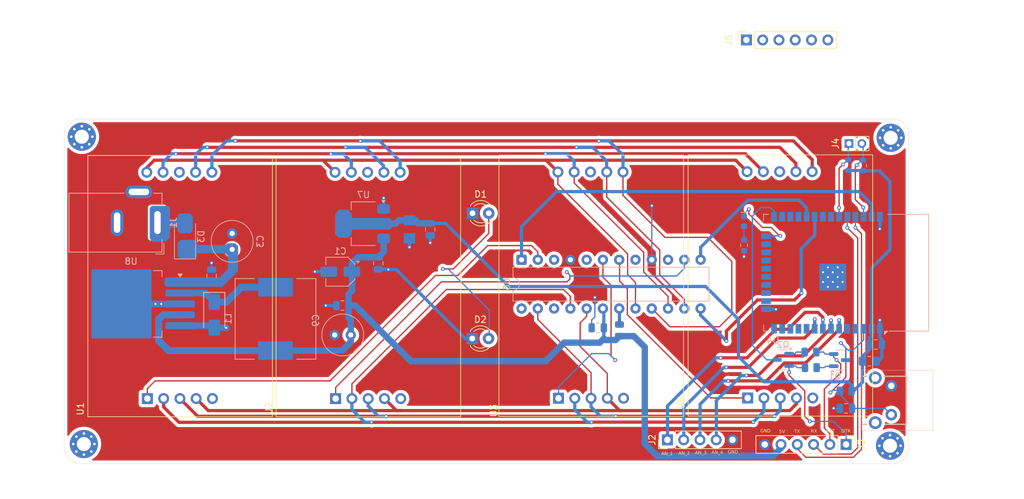
<source format=kicad_pcb>
(kicad_pcb (version 20241229) (generator "pcbnew") (generator_version "9.0")
  (layers (0 "F.Cu" signal) (2 "B.Cu" signal) (13 "F.Paste" user) (15 "B.Paste" user) (5 "F.SilkS" user "F.Silkscreen") (7 "B.SilkS" user "B.Silkscreen") (1 "F.Mask" user) (3 "B.Mask" user) (25 "Edge.Cuts" user))
  (net 0 "")
  (net 1 "GND")
  (net 2 "/pwr_in")
  (net 3 "3.3V")
  (net 4 "/EN")
  (net 5 "Net-(D3-A)")
  (net 6 "Net-(U8-OUT)")
  (net 7 "/RXD0")
  (net 8 "/DTR")
  (net 9 "/TXD0")
  (net 10 "/RTS")
  (net 11 "Net-(Q1-B)")
  (net 12 "/IO0")
  (net 13 "Net-(Q2-B)")
  (net 14 "Net-(U6-ISET)")
  (net 24 "+5V")
  (net 25 "Net-(D5-A)")
  (net 27 "/C")
  (net 28 "/A")
  (net 29 "/F")
  (net 30 "/B")
  (net 31 "/E")
  (net 32 "/G")
  (net 33 "/D")
  (net 35 "/2")
  (net 36 "/DIG_3")
  (net 37 "/DIG_2")
  (net 38 "/DIG_0")
  (net 39 "/DIG_1")
  (net 40 "/Sec")
  (net 44 "/14")
  (net 45 "/12")
  (net 48 "/15")
  (net 50 "/13")
  (net 51 "/16")
  (net 60 "/CS")
  (net 61 "/CLK")
  (net 62 "/MOSI")
  (net 63 "/ADC_4")
  (net 64 "/ADC_1")
  (net 65 "/ADC_3")
  (net 66 "/ADC_2")
  (net 67 "/SDA")
  (net 68 "/SCL")
  (footprint "Connector_PinHeader_2.00mm:PinHeader_1x02_P2.00mm_Vertical" (layer "F.Cu") (at 164.85 96.8 90)
    (property "Reference" "J4")
    (property "Value" "Conn_01x02_Pin")
  )
  (footprint "Connector_PinHeader_2.54mm:PinHeader_1x05_P2.54mm_Vertical" (layer "F.Cu") (at 136.51 143.08 90)
    (property "Reference" "J2")
    (property "Value" "Conn_01x05_Pin")
  )
  (footprint "MountingHole:MountingHole_2.2mm_M2_Pad_Via" (layer "F.Cu") (at 171.25 144)
    (property "Reference" "REF**" (hide yes))
    (property "Value" "MountingHole_2.2mm_M2_Pad_Via")
  )
  (footprint "Display_7Segment:SBC18-11SURKCGKWA" (layer "F.Cu") (at 139.685 139.4375 90)
    (property "Reference" "U5")
    (property "Value" "SBC18-11EGWA")
  )
  (footprint "LED_THT:LED_D3.0mm" (layer "F.Cu") (at 106.06 127.25)
    (property "Reference" "D2")
    (property "Value" "Red")
  )
  (footprint "MountingHole:MountingHole_2.2mm_M2_Pad_Via" (layer "F.Cu") (at 45.133274 95.733274)
    (property "Reference" "REF**" (hide yes))
    (property "Value" "MountingHole_2.2mm_M2_Pad_Via")
  )
  (footprint "Display_7Segment:SBC18-11SURKCGKWA" (layer "F.Cu") (at 45.93 139.5325 90)
    (property "Reference" "U1")
    (property "Value" "SBC18-11EGWA" (hide yes))
  )
  (footprint "Display_7Segment:SBC18-11SURKCGKWA" (layer "F.Cu") (at 75.37 139.54 90)
    (property "Reference" "U2")
    (property "Value" "SBC18-11EGWA")
  )
  (footprint "LED_THT:LED_D3.0mm" (layer "F.Cu") (at 106.1 107.68)
    (property "Reference" "D1")
    (property "Value" "Red")
  )
  (footprint "Display_7Segment:SBC18-11SURKCGKWA" (layer "F.Cu") (at 110.095 139.605 90)
    (property "Reference" "U3")
    (property "Value" "SBC18-11EGWA" (hide yes))
  )
  (footprint "MountingHole:MountingHole_2.2mm_M2_Pad_Via" (layer "F.Cu") (at 171.35 95.9)
    (property "Reference" "REF**" (hide yes))
    (property "Value" "MountingHole_2.2mm_M2_Pad_Via")
  )
  (footprint "MountingHole:MountingHole_2.2mm_M2_Pad_Via" (layer "F.Cu") (at 45.45 143.74)
    (property "Reference" "REF**" (hide yes))
    (property "Value" "MountingHole_2.2mm_M2_Pad_Via")
  )
  (footprint "Connector_PinHeader_2.54mm:PinHeader_1x06_P2.54mm_Vertical" (layer "F.Cu") (at 164.4 143.8 -90)
    (property "Reference" "J3")
    (property "Value" "Conn_02x03_Odd_Even")
  )
  (footprint "Connector_PinSocket_2.54mm:PinSocket_1x06_P2.54mm_Vertical" (layer "F.Cu") (at 148.84 80.62 90)
    (property "Reference" "J5")
    (property "Value" "Conn_01x06_Pin")
  )
  (footprint "Capacitor_SMD:CP_Elec_4x5.4" (layer "B.Cu") (at 85.47 116.8175 180)
    (property "Reference" "C1")
    (property "Value" "10uF")
  )
  (footprint "SparkFun-Resistor:R_0603_1608Metric" (layer "B.Cu") (at 167.04 100.23 -90)
    (property "Reference" "R7")
    (property "Value" "4.7k")
  )
  (footprint "SparkFun-Capacitor:C_0805_2012Metric" (layer "B.Cu") (at 125.64 125.575 180)
    (property "Reference" "C12")
    (property "Value" "100nF")
  )
  (footprint "SparkFun-Fuse:1206" (layer "B.Cu") (at 96.26 110.1875 -90)
    (property "Reference" "C5")
    (property "Value" "22uF")
  )
  (footprint "RF_Module:ESP32-WROOM-32" (layer "B.Cu") (at 161.41 116.98 90)
    (property "Reference" "U4")
    (property "Value" "ESP32-WROOM-32")
  )
  (footprint "SparkFun-Switch:Push_PTH_RA_8-020_h7.5mm" (layer "B.Cu") (at 171.45 136.9 -90)
    (property "Reference" "SW1")
    (property "Value" "PTH_RA_h7.5mm")
  )
  (footprint "Package_TO_SOT_SMD:SOT-223-3_TabPin2" (layer "B.Cu") (at 89.08 109.3175 180)
    (property "Reference" "U7")
    (property "Value" "AMS1117-3.3")
  )
  (footprint "SparkFun-Capacitor:C_0805_2012Metric" (layer "B.Cu") (at 169.025 128.195)
    (property "Reference" "C8")
    (property "Value" "100nF")
  )
  (footprint "PCM_JLCPCB:R_0805" (layer "B.Cu") (at 158.89 131.8)
    (property "Reference" "R3" (hide yes))
    (property "Value" "10kΩ")
  )
  (footprint "SparkFun-Capacitor:C_0805_2012Metric" (layer "B.Cu") (at 91.39 115.4975 -90)
    (property "Reference" "C2")
    (property "Value" "100nF")
  )
  (footprint "Package_DIP:DIP-24_W7.62mm" (layer "B.Cu") (at 113.75 114.95 -90)
    (property "Reference" "U6")
    (property "Value" "MAX7221xNG")
  )
  (footprint "Capacitor_THT:C_Radial_D6.3mm_H7.0mm_P2.50mm" (layer "B.Cu") (at 68.59 113.3275 90)
    (property "Reference" "C3")
    (property "Value" "680uF")
  )
  (footprint "SparkFun-Capacitor:C_0805_2012Metric" (layer "B.Cu") (at 164.38 138.17 180)
    (property "Reference" "C11")
    (property "Value" "100nF")
  )
  (footprint "SparkFun-Capacitor:C_0805_2012Metric" (layer "B.Cu") (at 65.38 117.4475 90)
    (property "Reference" "C4")
    (property "Value" "100nF")
  )
  (footprint "PCM_JLCPCB:R_0805" (layer "B.Cu") (at 158.84 129.37 180)
    (property "Reference" "R2" (hide yes))
    (property "Value" "10kΩ")
  )
  (footprint "PCM_JLCPCB:R_0805" (layer "B.Cu") (at 129.03 125.975 -90)
    (property "Reference" "R1" (hide yes))
    (property "Value" "10kΩ")
  )
  (footprint "Package_TO_SOT_SMD:TO-263-5_TabPin3" (layer "B.Cu") (at 52.82 121.8475 180)
    (property "Reference" "U8")
    (property "Value" "LM2596S-5")
  )
  (footprint "PCM_JLCPCB:R_0805" (layer "B.Cu") (at 164.34 135.45)
    (property "Reference" "R4" (hide yes))
    (property "Value" "10kΩ")
  )
  (footprint "SparkFun-Capacitor:C_0805_2012Metric" (layer "B.Cu") (at 85.8 122.1 180)
    (property "Reference" "C10")
    (property "Value" "100nF")
  )
  (footprint "Connector_BarrelJack:BarrelJack_GCT_DCJ200-10-A_Horizontal" (layer "B.Cu") (at 56.94 109.15 90)
    (property "Reference" "J1")
    (property "Value" "Barrel_Jack_Switch")
  )
  (footprint "Capacitor_THT:C_Radial_D6.3mm_H5.0mm_P2.50mm" (layer "B.Cu") (at 87.1 126.7 180)
    (property "Reference" "C9")
    (property "Value" "220uF")
  )
  (footprint "Capacitor_SMD:C_0805_2012Metric_Pad1.18x1.45mm_HandSolder" (layer "B.Cu") (at 168 130.8)
    (property "Reference" "C7" (hide yes))
    (property "Value" "22uF")
  )
  (footprint "SparkFun-LED:LED_0603_1608Metric" (layer "B.Cu") (at 148.45 108.9425 -90)
    (property "Reference" "D5")
    (property "Value" "LED")
  )
  (footprint "SparkFun-Capacitor:C_0805_2012Metric" (layer "B.Cu") (at 99.5 110.2075 -90)
    (property "Reference" "C6")
    (property "Value" "100nF")
  )
  (footprint "Diode_SMD:D_SMA" (layer "B.Cu") (at 61.23 111.3175 90)
    (property "Reference" "D3")
    (property "Value" "SS34")
  )
  (footprint "PCM_JLCPCB:D_SMA" (layer "B.Cu") (at 65.8 123.5575 -90)
    (property "Reference" "D4" (hide yes))
    (property "Value" "SS24")
  )
  (footprint "Inductor_SMD:L_12x12mm_H8mm" (layer "B.Cu") (at 75.36 124.1875 -90)
    (property "Reference" "L1")
    (property "Value" "L")
  )
  (footprint "SparkFun-Resistor:R_0603_1608Metric" (layer "B.Cu") (at 164.73 100.19 -90)
    (property "Reference" "R6")
    (property "Value" "4.7k")
  )
  (footprint "Package_TO_SOT_SMD:SOT-23" (layer "B.Cu") (at 163.4075 130.63)
    (property "Reference" "Q1")
    (property "Value" "BC817")
  )
  (footprint "Package_TO_SOT_SMD:SOT-23" (layer "B.Cu") (at 154.55 130.5875 180)
    (property "Reference" "Q2")
    (property "Value" "BC817")
  )
  (footprint "SparkFun-Resistor:R_0603_1608Metric" (layer "B.Cu") (at 148.48 112.69 -90)
    (property "Reference" "R5")
    (property "Value" "1.5k")
  )
  (gr_poly (pts (xy 85.33 107.22) (xy 86.6 107.22) (xy 87.13 107.75) (xy 87.13 108.29) (xy 87.36 108.52) (xy 93.12 108.52) (xy 93.43 108.83) (xy 93.43 109.83) (xy 93.13 110.13) (xy 87.43 110.13) (xy 87.13 110.43) (xy 87.13 110.94) (xy 86.65 111.42) (xy 85.27 111.42) (xy 84.73 110.88) (xy 84.76 107.79)) (stroke (width 0.2)) (fill yes) (layer "B.Cu") (net 3))
  (gr_poly (pts (xy 60.17 114.33) (xy 60.44 114.68) (xy 62.61 114.68) (xy 62.99 114.36) (xy 63.13 113.85) (xy 63.84 113.85) (xy 67.53 113.85) (xy 68.05 114.37) (xy 68.05 116.41) (xy 66.67 117.79) (xy 58.38 117.79) (xy 58.12 118.05) (xy 58.12 118.83) (xy 58.37 119.08) (xy 66.77 119.08) (xy 67.03 119.08) (xy 69.42 116.69) (xy 69.42 112.88) (xy 69.01 112.47) (xy 67.85 112.47) (xy 67.58 112.74) (xy 63.1 112.75) (xy 62.98 112.25) (xy 62.98 112.24) (xy 62.61 111.94) (xy 60.57 111.95) (xy 60.17 112.34)) (stroke (width 0.2)) (fill yes) (layer "B.Cu") (net 2))
  (gr_poly (pts (xy 58.55 106.61) (xy 58.8 106.86) (xy 58.8 108.42) (xy 59.09 108.71) (xy 60.08 108.71) (xy 60.23 108.56) (xy 60.23 108.06) (xy 60.46 107.83) (xy 61.97 107.83) (xy 62.35 108.21) (xy 62.35 110.38) (xy 62 110.73) (xy 60.49 110.73) (xy 60.16 110.4) (xy 60.16 109.95) (xy 60.01 109.8) (xy 59.11 109.8) (xy 58.8 110.11) (xy 58.8 111.44) (xy 58.22 112.02) (xy 56.24 112.04) (xy 55.82 111.62) (xy 55.82 106.91) (xy 56.12 106.61) (xy 56.13 106.61)) (stroke (width 0.2)) (fill yes) (layer "B.Cu") (net 5))
  (gr_line (start 174.18 95.46) (end 174.18 144.31) (stroke (width 0.05)) (layer "Edge.Cuts"))
  (gr_line (start 42.37 144.31) (end 42.37 95.46) (stroke (width 0.05)) (layer "Edge.Cuts"))
  (gr_arc (start 174.18 144.31) (mid 173.447767 146.077767) (end 171.68 146.81) (stroke (width 0.05)) (layer "Edge.Cuts"))
  (gr_line (start 171.68 146.81) (end 44.87 146.81) (stroke (width 0.05)) (layer "Edge.Cuts"))
  (gr_arc (start 44.87 146.81) (mid 43.102233 146.077767) (end 42.37 144.31) (stroke (width 0.05)) (layer "Edge.Cuts"))
  (gr_arc (start 42.37 95.46) (mid 43.102233 93.692233) (end 44.87 92.96) (stroke (width 0.05)) (layer "Edge.Cuts"))
  (gr_arc (start 171.68 92.96) (mid 173.447767 93.692233) (end 174.18 95.46) (stroke (width 0.05)) (layer "Edge.Cuts"))
  (gr_line (start 44.87 92.96) (end 171.68 92.96) (stroke (width 0.05)) (layer "Edge.Cuts"))
  (gr_text "GND" (at 151.01 141.99 0) (layer "F.SilkS") (effects (font (size 0.5 0.5) (thickness 0.125)) (justify left bottom)))
  (gr_text "5V" (at 153.95 142.1 0) (layer "F.SilkS") (effects (font (size 0.5 0.5) (thickness 0.125)) (justify left bottom)))
  (gr_text "AN_1" (at 135.56 145.54 0) (layer "F.SilkS") (effects (font (size 0.5 0.5) (thickness 0.125)) (justify left bottom)))
  (gr_text "AN_4" (at 143.39 145.34 0) (layer "F.SilkS") (effects (font (size 0.5 0.5) (thickness 0.125)) (justify left bottom)))
  (gr_text "GND" (at 145.93 145.28 0) (layer "F.SilkS") (effects (font (size 0.5 0.5) (thickness 0.125)) (justify left bottom)))
  (gr_text "RX" (at 158.9 142.03 0) (layer "F.SilkS") (effects (font (size 0.5 0.5) (thickness 0.125)) (justify left bottom)))
  (gr_text "AN_3" (at 140.83 145.4 0) (layer "F.SilkS") (effects (font (size 0.5 0.5) (thickness 0.125)) (justify left bottom)))
  (gr_text "AN_2" (at 138.22 145.48 0) (layer "F.SilkS") (effects (font (size 0.5 0.5) (thickness 0.125)) (justify left bottom)))
  (gr_text "DTR" (at 163.65 142.03 0) (layer "F.SilkS") (effects (font (size 0.5 0.5) (thickness 0.125)) (justify left bottom)))
  (gr_text "TX" (at 156.29 142.06 0) (layer "F.SilkS") (effects (font (size 0.5 0.5) (thickness 0.125)) (justify left bottom)))
  (gr_text "RST" (at 161.27 142.03 0) (layer "F.SilkS") (effects (font (size 0.5 0.5) (thickness 0.125)) (justify left bottom)))
  (via (at 162.45 138.15) (size 0.6) (drill 0.3) (layers "F.Cu" "B.Cu") (net 1))
  (via (at 57.52 121.8475) (size 0.6) (drill 0.3) (layers "F.Cu" "B.Cu") (net 1))
  (via (at 92.96 116.48) (size 0.6) (drill 0.3) (layers "F.Cu" "B.Cu") (net 1))
  (via (at 169.66 124.38) (size 0.6) (drill 0.3) (layers "F.Cu" "B.Cu") (net 1))
  (via (at 96.26 112.99) (size 0.6) (drill 0.3) (layers "F.Cu" "B.Cu") (net 1))
  (via (at 125.19 120.83) (size 0.6) (drill 0.3) (layers "F.Cu" "B.Cu") (net 1))
  (via (at 169.65 110.14) (size 0.6) (drill 0.3) (layers "F.Cu" "B.Cu") (net 1))
  (via (at 81.5 116.8) (size 0.6) (drill 0.3) (layers "F.Cu" "B.Cu") (net 1))
  (via (at 92.24 105.3) (size 0.6) (drill 0.3) (layers "F.Cu" "B.Cu") (net 1))
  (via (at 83.2 122.1) (size 0.6) (drill 0.3) (layers "F.Cu" "B.Cu") (net 1))
  (via (at 65.38 115.45) (size 0.6) (drill 0.3) (layers "F.Cu" "B.Cu") (net 1))
  (via (at 56.62 121.8475) (size 0.6) (drill 0.3) (layers "F.Cu" "B.Cu") (net 1))
  (via (at 99.5 112.3) (size 0.6) (drill 0.3) (layers "F.Cu" "B.Cu") (net 1))
  (via (at 134.08 106.51) (size 0.6) (drill 0.3) (layers "F.Cu" "B.Cu") (net 1))
  (via (at 153.44 122.69) (size 0.6) (drill 0.3) (layers "F.Cu" "B.Cu") (net 1))
  (via (at 148.47 114.45) (size 0.6) (drill 0.3) (layers "F.Cu" "B.Cu") (net 1))
  (via (at 67.69 125.57) (size 0.6) (drill 0.3) (layers "F.Cu" "B.Cu") (net 1))
  (segment (start 169.43 130.8) (end 169.0375 130.8) (width 0.5) (layer "B.Cu") (net 1))
  (segment (start 134.07 114.95) (end 134.07 106.52) (width 0.2) (layer "B.Cu") (net 1))
  (segment (start 169.975 128.195) (end 169.975 127.355) (width 0.5) (layer "B.Cu") (net 1))
  (segment (start 60.47 121.8475) (end 57.52 121.8475) (width 1) (layer "B.Cu") (net 1))
  (segment (start 151.9 122.69) (end 153.44 122.69) (width 0.5) (layer "B.Cu") (net 1))
  (segment (start 125.19 123.87) (end 124.69 124.37) (width 0.2) (layer "B.Cu") (net 1))
  (segment (start 92.96 116.48) (end 94.18 116.48) (width 0.5) (layer "B.Cu") (net 1))
  (segment (start 67.6775 125.5575) (end 67.69 125.57) (width 1) (layer "B.Cu") (net 1))
  (segment (start 83.67 116.8175) (end 81.5175 116.8175) (width 0.5) (layer "B.Cu") (net 1))
  (segment (start 104.95 127.25) (end 106.06 127.25) (width 0.5) (layer "B.Cu") (net 1))
  (segment (start 94.18 116.48) (end 104.95 127.25) (width 0.5) (layer "B.Cu") (net 1))
  (segment (start 148.48 113.515) (end 148.48 114.44) (width 0.2) (layer "B.Cu") (net 1))
  (segment (start 169.66 127.04) (end 169.66 125.73) (width 0.5) (layer "B.Cu") (net 1))
  (segment (start 65.49 125.2475) (end 65.8 125.5575) (width 1) (layer "B.Cu") (net 1))
  (segment (start 134.07 106.52) (end 134.08 106.51) (width 0.2) (layer "B.Cu") (net 1))
  (segment (start 56.62 121.8475) (end 51.32 121.8475) (width 1) (layer "B.Cu") (net 1))
  (segment (start 169.975 130.255) (end 169.43 130.8) (width 0.5) (layer "B.Cu") (net 1))
  (segment (start 163.43 138.17) (end 162.47 138.17) (width 0.2) (layer "B.Cu") (net 1))
  (segment (start 60.47 125.2475) (end 65.49 125.2475) (width 1) (layer "B.Cu") (net 1))
  (segment (start 124.69 124.37) (end 124.69 125.575) (width 0.2) (layer "B.Cu") (net 1))
  (segment (start 125.19 120.83) (end 125.19 123.87) (width 0.2) (layer "B.Cu") (net 1))
  (segment (start 169.66 125.73) (end 169.66 124.38) (width 0.5) (layer "B.Cu") (net 1))
  (segment (start 92.9275 116.4475) (end 91.39 116.4475) (width 0.5) (layer "B.Cu") (net 1))
  (segment (start 84.85 122.1) (end 83.2 122.1) (width 0.5) (layer "B.Cu") (net 1))
  (segment (start 169.66 108.23) (end 169.66 110.13) (width 0.5) (layer "B.Cu") (net 1))
  (segment (start 99.5 111.1575) (end 99.5 112.3) (width 0.5) (layer "B.Cu") (net 1))
  (segment (start 92.23 107.0175) (end 92.23 105.31) (width 0.5) (layer "B.Cu") (net 1))
  (segment (start 92.96 116.48) (end 92.9275 116.4475) (width 0.5) (layer "B.Cu") (net 1))
  (segment (start 65.8 125.5575) (end 67.6775 125.5575) (width 1) (layer "B.Cu") (net 1))
  (segment (start 57.52 121.8475) (end 56.62 121.8475) (width 1) (layer "B.Cu") (net 1))
  (segment (start 169.66 110.13) (end 169.65 110.14) (width 0.5) (layer "B.Cu") (net 1))
  (segment (start 92.23 105.31) (end 92.24 105.3) (width 0.5) (layer "B.Cu") (net 1))
  (segment (start 96.26 111.5875) (end 96.26 112.99) (width 0.5) (layer "B.Cu") (net 1))
  (segment (start 65.38 116.4975) (end 65.38 115.45) (width 0.2) (layer "B.Cu") (net 1))
  (segment (start 169.975 127.355) (end 169.66 127.04) (width 0.5) (layer "B.Cu") (net 1))
  (segment (start 169.975 128.195) (end 169.975 130.255) (width 0.5) (layer "B.Cu") (net 1))
  (segment (start 148.48 114.44) (end 148.47 114.45) (width 0.2) (layer "B.Cu") (net 1))
  (segment (start 68.5675 113.305) (end 68.59 113.3275) (width 1.1) (layer "B.Cu") (net 2))
  (segment (start 65.33 118.4475) (end 65.38 118.3975) (width 1.1) (layer "B.Cu") (net 2))
  (segment (start 171.24 102.73) (end 169.57 101.06) (width 0.5) (layer "B.Cu") (net 3))
  (segment (start 111.76 119.13) (end 142.48 119.13) (width 0.5) (layer "B.Cu") (net 3))
  (segment (start 147.6 130.07) (end 151.54 134.01) (width 0.5) (layer "B.Cu") (net 3))
  (segment (start 94.6125 108.7875) (end 96.26 108.7875) (width 1) (layer "B.Cu") (net 3))
  (segment (start 164.71 134.01) (end 165.25 134.55) (width 0.5) (layer "B.Cu") (net 3))
  (segment (start 101.8875 109.2575) (end 111.76 119.13) (width 0.5) (layer "B.Cu") (net 3))
  (segment (start 166.96 134.06) (end 165.57 135.45) (width 0.5) (layer "B.Cu") (net 3))
  (segment (start 165.57 135.45) (end 165.25 135.45) (width 0.5) (layer "B.Cu") (net 3))
  (segment (start 171.24 113.4) (end 171.24 102.73) (width 0.5) (layer "B.Cu") (net 3))
  (segment (start 166.96 131.09) (end 166.96 134.06) (width 0.5) (layer "B.Cu") (net 3))
  (segment (start 168.39 125.73) (end 168.39 126.79) (width 0.5) (layer "B.Cu") (net 3))
  (segment (start 167.265 129.735) (end 167.015 129.985) (width 0.5) (layer "B.Cu") (net 3))
  (segment (start 169.57 101.06) (end 167.045 101.06) (width 0.5) (layer "B.Cu") (net 3))
  (segment (start 168.39 116.25) (end 171.24 113.4) (width 0.5) (layer "B.Cu") (net 3))
  (segment (start 96.26 108.7875) (end 97.1875 108.7875) (width 1) (layer "B.Cu") (net 3))
  (segment (start 168.075 128.925) (end 167.265 129.735) (width 0.5) (layer "B.Cu") (net 3))
  (segment (start 168.075 128.195) (end 168.075 128.925) (width 0.5) (layer "B.Cu") (net 3))
  (segment (start 168.075 127.105) (end 168.075 128.195) (width 0.5) (layer "B.Cu") (net 3))
  (segment (start 168.39 126.79) (end 168.075 127.105) (width 0.5) (layer "B.Cu") (net 3))
  (segment (start 94.0825 109.3175) (end 94.6125 108.7875) (width 1) (layer "B.Cu") (net 3))
  (segment (start 167.045 101.06) (end 167 101.015) (width 0.5) (layer "B.Cu") (net 3))
  (segment (start 151.54 134.01) (end 164.71 134.01) (width 0.5) (layer "B.Cu") (net 3))
  (segment (start 99.5 109.2575) (end 101.8875 109.2575) (width 0.5) (layer "B.Cu") (net 3))
  (segment (start 147.6 124.25) (end 147.6 130.07) (width 0.5) (layer "B.Cu") (net 3))
  (segment (start 97.1875 108.7875) (end 97.6575 109.2575) (width 1) (layer "B.Cu") (net 3))
  (segment (start 167.015 129.985) (end 167.015 130.915) (width 0.5) (layer "B.Cu") (net 3))
  (segment (start 92.23 109.3175) (end 94.0825 109.3175) (width 1) (layer "B.Cu") (net 3))
  (segment (start 97.6575 109.2575) (end 99.5 109.2575) (width 1) (layer "B.Cu") (net 3))
  (segment (start 168.39 125.73) (end 168.39 116.25) (width 0.5) (layer "B.Cu") (net 3))
  (segment (start 167 101.015) (end 164.73 101.015) (width 0.5) (layer "B.Cu") (net 3))
  (segment (start 142.48 119.13) (end 147.6 124.25) (width 0.5) (layer "B.Cu") (net 3))
  (segment (start 165.25 134.55) (end 165.25 135.45) (width 0.5) (layer "B.Cu") (net 3))
  (segment (start 164.36 128.72) (end 163.59 127.95) (width 0.2) (layer "F.Cu") (net 4))
  (segment (start 164.36 133.29) (end 164.36 128.72) (width 0.2) (layer "F.Cu") (net 4))
  (segment (start 161.96 135.69) (end 164.36 133.29) (width 0.2) (layer "F.Cu") (net 4))
  (via (at 161.96 135.69) (size 0.6) (drill 0.3) (layers "F.Cu" "B.Cu") (net 4))
  (via (at 163.59 127.95) (size 0.6) (drill 0.3) (layers "F.Cu" "B.Cu") (net 4))
  (segment (start 165.33 138.17) (end 165.33 137.93) (width 0.2) (layer "B.Cu") (net 4))
  (segment (start 163.31 135.33) (end 163.43 135.45) (width 0.2) (layer "B.Cu") (net 4))
  (segment (start 165.33 138.17) (end 170.47 138.17) (width 0.2) (layer "B.Cu") (net 4))
  (segment (start 165.15 137.99) (end 165.33 138.17) (width 0.2) (layer "B.Cu") (net 4))
  (segment (start 161.97 135.69) (end 162.33 135.33) (width 0.2) (layer "B.Cu") (net 4))
  (segment (start 165.5 129.08) (end 167.12 127.46) (width 0.2) (layer "B.Cu") (net 4))
  (segment (start 164.72 129.08) (end 165.5 129.08) (width 0.2) (layer "B.Cu") (net 4))
  (segment (start 164.345 128.705) (end 163.59 127.95) (width 0.2) (layer "B.Cu") (net 4))
  (segment (start 170.47 138.17) (end 171.45 139.15) (width 0.2) (layer "B.Cu") (net 4))
  (segment (start 163.43 136.03) (end 163.43 135.45) (width 0.2) (layer "B.Cu") (net 4))
  (segment (start 164.345 130.63) (end 164.345 128.705) (width 0.2) (layer "B.Cu") (net 4))
  (segment (start 162.33 135.33) (end 163.31 135.33) (width 0.2) (layer "B.Cu") (net 4))
  (segment (start 163.59 127.95) (end 164.72 129.08) (width 0.2) (layer "B.Cu") (net 4))
  (segment (start 167.12 127.46) (end 167.12 125.73) (width 0.2) (layer "B.Cu") (net 4))
  (segment (start 161.96 135.69) (end 161.97 135.69) (width 0.2) (layer "B.Cu") (net 4))
  (segment (start 165.33 137.93) (end 163.43 136.03) (width 0.2) (layer "B.Cu") (net 4))
  (segment (start 65.8 121.5575) (end 67.69 121.5575) (width 1.1) (layer "B.Cu") (net 6))
  (segment (start 60.47 120.1475) (end 64.39 120.1475) (width 1) (layer "B.Cu") (net 6))
  (segment (start 67.69 121.5575) (end 70.01 119.2375) (width 1.1) (layer "B.Cu") (net 6))
  (segment (start 70.01 119.2375) (end 75.36 119.2375) (width 1.1) (layer "B.Cu") (net 6))
  (segment (start 64.39 120.1475) (end 65.8 121.5575) (width 1) (layer "B.Cu") (net 6))
  (segment (start 166.2 111.57) (end 166.2 144.3) (width 0.2) (layer "F.Cu") (net 7))
  (segment (start 159.97 144.35) (end 159.97 143.59) (width 0.2) (layer "F.Cu") (net 7))
  (segment (start 166.2 144.3) (end 165.2 145.3) (width 0.2) (layer "F.Cu") (net 7))
  (segment (start 165.2 145.3) (end 160.82 145.3) (width 0.2) (layer "F.Cu") (net 7))
  (segment (start 164.58 109.95) (end 166.2 111.57) (width 0.2) (layer "F.Cu") (net 7))
  (segment (start 160.82 145.3) (end 159.32 143.8) (width 0.2) (layer "F.Cu") (net 7))
  (via (at 164.58 109.95) (size 0.6) (drill 0.3) (layers "F.Cu" "B.Cu") (net 7))
  (segment (start 164.58 108.23) (end 164.58 109.95) (width 0.2) (layer "B.Cu") (net 7))
  (segment (start 157.95 139.42) (end 158.73 140.2) (width 0.2) (layer "F.Cu") (net 8))
  (segment (start 157.95 135.45) (end 157.95 139.42) (width 0.2) (layer "F.Cu") (net 8))
  (segment (start 155.5 133) (end 157.95 135.45) (width 0.2) (layer "F.Cu") (net 8))
  (segment (start 155.5 132.53) (end 155.5 133) (width 0.2) (layer "F.Cu") (net 8))
  (via (at 155.5 132.53) (size 0.6) (drill 0.3) (layers "F.Cu" "B.Cu") (net 8))
  (via (at 158.73 140.2) (size 0.6) (drill 0.3) (layers "F.Cu" "B.Cu") (net 8))
  (segment (start 156.8 131.81) (end 157.97 131.81) (width 0.2) (layer "B.Cu") (net 8))
  (segment (start 157.97 131.81) (end 157.98 131.8) (width 0.2) (layer "B.Cu") (net 8))
  (segment (start 155.5 132.53) (end 155.5 132.27) (width 0.2) (layer "B.Cu") (net 8))
  (segment (start 164.4 142.15) (end 164.4 143.8) (width 0.2) (layer "B.Cu") (net 8))
  (segment (start 155.4875 131.5375) (end 156.5275 131.5375) (width 0.2) (layer "B.Cu") (net 8))
  (segment (start 156.5275 131.5375) (end 156.8 131.81) (width 0.2) (layer "B.Cu") (net 8))
  (segment (start 155.5 132.27) (end 155.4875 132.2575) (width 0.2) (layer "B.Cu") (net 8))
  (segment (start 162.45 140.2) (end 164.4 142.15) (width 0.2) (layer "B.Cu") (net 8))
  (segment (start 155.4875 132.2575) (end 155.4875 131.5375) (width 0.2) (layer "B.Cu") (net 8))
  (segment (start 158.73 140.2) (end 162.45 140.2) (width 0.2) (layer "B.Cu") (net 8))
  (segment (start 166.8 110.89) (end 166.8 144.55) (width 0.2) (layer "F.Cu") (net 9))
  (segment (start 156.78 144.48) (end 156.78 143.8) (width 0.2) (layer "F.Cu") (net 9))
  (segment (start 166.8 144.55) (end 165.55 145.8) (width 0.2) (layer "F.Cu") (net 9))
  (segment (start 165.85 109.94) (end 166.8 110.89) (width 0.2) (layer "F.Cu") (net 9))
  (segment (start 158.1 145.8) (end 156.78 144.48) (width 0.2) (layer "F.Cu") (net 9))
  (segment (start 165.55 145.8) (end 158.1 145.8) (width 0.2) (layer "F.Cu") (net 9))
  (via (at 165.85 109.94) (size 0.6) (drill 0.3) (layers "F.Cu" "B.Cu") (net 9))
  (segment (start 165.85 108.23) (end 165.85 109.94) (width 0.2) (layer "B.Cu") (net 9))
  (segment (start 161 141.25) (end 161.86 142.11) (width 0.2) (layer "F.Cu") (net 10))
  (segment (start 163.55 132.6) (end 161 135.15) (width 0.2) (layer "F.Cu") (net 10))
  (segment (start 161.86 142.11) (end 161.86 143.8) (width 0.2) (layer "F.Cu") (net 10))
  (segment (start 161 135.15) (end 161 141.25) (width 0.2) (layer "F.Cu") (net 10))
  (segment (start 162.9 130.6) (end 163.55 131.25) (width 0.2) (layer "F.Cu") (net 10))
  (segment (start 163.55 131.25) (end 163.55 132.6) (width 0.2) (layer "F.Cu") (net 10))
  (via (at 162.9 130.6) (size 0.6) (drill 0.3) (layers "F.Cu" "B.Cu") (net 10))
  (segment (start 160.84 129.37) (end 159.75 129.37) (width 0.2) (layer "B.Cu") (net 10))
  (segment (start 161.15 129.68) (end 160.84 129.37) (width 0.2) (layer "B.Cu") (net 10))
  (segment (start 162.9 130.6) (end 162.47 130.17) (width 0.2) (layer "B.Cu") (net 10))
  (segment (start 162.47 130.17) (end 162.47 129.68) (width 0.2) (layer "B.Cu") (net 10))
  (segment (start 162.47 129.68) (end 161.15 129.68) (width 0.2) (layer "B.Cu") (net 10))
  (segment (start 162.47 131.58) (end 161.21 131.58) (width 0.2) (layer "B.Cu") (net 11))
  (segment (start 161.21 131.58) (end 160.99 131.8) (width 0.2) (layer "B.Cu") (net 11))
  (segment (start 160.99 131.8) (end 159.8 131.8) (width 0.2) (layer "B.Cu") (net 11))
  (segment (start 149.77 128.33) (end 149.77 108.13) (width 0.2) (layer "B.Cu") (net 12))
  (segment (start 152.0275 130.5875) (end 149.77 128.33) (width 0.2) (layer "B.Cu") (net 12))
  (segment (start 152.6 106.8) (end 153.15 107.35) (width 0.2) (layer "B.Cu") (net 12))
  (segment (start 153.6125 130.5875) (end 152.0275 130.5875) (width 0.2) (layer "B.Cu") (net 12))
  (segment (start 153.15 107.35) (end 153.15 108.23) (width 0.2) (layer "B.Cu") (net 12))
  (segment (start 151.1 106.8) (end 152.6 106.8) (width 0.2) (layer "B.Cu") (net 12))
  (segment (start 149.77 108.13) (end 151.1 106.8) (width 0.2) (layer "B.Cu") (net 12))
  (segment (start 155.4875 129.6375) (end 156.3925 129.6375) (width 0.2) (layer "B.Cu") (net 13))
  (segment (start 156.66 129.37) (end 157.93 129.37) (width 0.2) (layer "B.Cu") (net 13))
  (segment (start 156.3925 129.6375) (end 156.66 129.37) (width 0.2) (layer "B.Cu") (net 13))
  (segment (start 129.03 122.61) (end 128.99 122.57) (width 0.5) (layer "B.Cu") (net 14))
  (segment (start 129.03 125.065) (end 129.03 122.61) (width 0.5) (layer "B.Cu") (net 14))
  (segment (start 86.75 122.1) (end 86.75 123.97) (width 1) (layer "B.Cu") (net 24))
  (segment (start 60.47 123.5475) (end 57.85 123.5475) (width 1.1) (layer "B.Cu") (net 24))
  (segment (start 87.27 116.8175) (end 87.27 115.53) (width 1) (layer "B.Cu") (net 24))
  (segment (start 149.94 145.55) (end 149.92 145.57) (width 1) (layer "B.Cu") (net 24))
  (segment (start 87.3 119.8) (end 87.3 116.8475) (width 1) (layer "B.Cu") (net 24))
  (segment (start 57.85 123.5475) (end 57.13 124.2675) (width 1.1) (layer "B.Cu") (net 24))
  (segment (start 120.4 127.9) (end 125.96 127.9) (width 1) (layer "B.Cu") (net 24))
  (segment (start 131.275 126.885) (end 129.03 126.885) (width 1) (layer "B.Cu") (net 24))
  (segment (start 87.8 122.1) (end 96.5 130.8) (width 1) (layer "B.Cu") (net 24))
  (segment (start 88.2525 114.5475) (end 91.39 114.5475) (width 1) (layer "B.Cu") (net 24))
  (segment (start 87.1 127.8) (end 87.1 126.7) (width 1) (layer "B.Cu") (net 24))
  (segment (start 154.24 144.35) (end 153.04 145.55) (width 1) (layer "B.Cu") (net 24))
  (segment (start 57.13 124.2675) (end 57.13 127.5875) (width 1.1) (layer "B.Cu") (net 24))
  (segment (start 154.24 143.8) (end 154.24 144.35) (width 1) (layer "B.Cu") (net 24))
  (segment (start 132.98 143.69) (end 132.98 128.59) (width 1) (layer "B.Cu") (net 24))
  (segment (start 87.3 116.8475) (end 87.27 116.8175) (width 1) (layer "B.Cu") (net 24))
  (segment (start 87.27 115.53) (end 88.2525 114.5475) (width 1) (layer "B.Cu") (net 24))
  (segment (start 91.39 114.5475) (end 91.44 114.5475) (width 1.1) (layer "B.Cu") (net 24))
  (segment (start 126.59 127.27) (end 126.81 127.49) (width 1) (layer "B.Cu") (net 24))
  (segment (start 91.39 114.5475) (end 92.23 113.7075) (width 1) (layer "B.Cu") (net 24))
  (segment (start 126.81 127.49) (end 128.425 127.49) (width 1) (layer "B.Cu") (net 24))
  (segment (start 149.92 145.57) (end 134.86 145.57) (width 1) (layer "B.Cu") (net 24))
  (segment (start 92.23 113.7075) (end 92.23 111.6175) (width 1) (layer "B.Cu") (net 24))
  (segment (start 87.1 124.32) (end 87.1 126.7) (width 1) (layer "B.Cu") (net 24))
  (segment (start 58.68 129.1375) (end 75.36 129.1375) (width 1.1) (layer "B.Cu") (net 24))
  (segment (start 132.98 128.59) (end 131.275 126.885) (width 1) (layer "B.Cu") (net 24))
  (segment (start 126.59 127.27) (end 126.59 125.575) (width 0.5) (layer "B.Cu") (net 24))
  (segment (start 126.59 125.575) (end 126.59 122.71) (width 0.5) (layer "B.Cu") (net 24))
  (segment (start 125.96 127.9) (end 126.59 127.27) (width 1) (layer "B.Cu") (net 24))
  (segment (start 91.3425 114.5) (end 91.39 114.5475) (width 1) (layer "B.Cu") (net 24))
  (segment (start 85.7625 129.1375) (end 87.1 127.8) (width 1) (layer "B.Cu") (net 24))
  (segment (start 75.36 129.1375) (end 85.7625 129.1375) (width 1) (layer "B.Cu") (net 24))
  (segment (start 86.75 123.97) (end 87.1 124.32) (width 1) (layer "B.Cu") (net 24))
  (segment (start 126.4 122.52) (end 126.45 122.57) (width 0.5) (layer "B.Cu") (net 24))
  (segment (start 126.59 122.71) (end 126.45 122.57) (width 0.5) (layer "B.Cu") (net 24))
  (segment (start 86.75 120.35) (end 87.3 119.8) (width 1) (layer "B.Cu") (net 24))
  (segment (start 86.75 122.1) (end 87.8 122.1) (width 1) (layer "B.Cu") (net 24))
  (segment (start 91.37 114.5275) (end 91.39 114.5475) (width 1.1) (layer "B.Cu") (net 24))
  (segment (start 86.75 122.1) (end 86.75 120.35) (width 1) (layer "B.Cu") (net 24))
  (segment (start 134.86 145.57) (end 132.98 143.69) (width 1) (layer "B.Cu") (net 24))
  (segment (start 128.425 127.49) (end 129.03 126.885) (width 1) (layer "B.Cu") (net 24))
  (segment (start 153.04 145.55) (end 149.94 145.55) (width 1) (layer "B.Cu") (net 24))
  (segment (start 117.5 130.8) (end 120.4 127.9) (width 1) (layer "B.Cu") (net 24))
  (segment (start 57.13 127.5875) (end 58.68 129.1375) (width 1.1) (layer "B.Cu") (net 24))
  (segment (start 96.5 130.8) (end 117.5 130.8) (width 1) (layer "B.Cu") (net 24))
  (segment (start 148.45 109.73) (end 148.45 111.835) (width 0.2) (layer "B.Cu") (net 25))
  (segment (start 148.45 111.835) (end 148.48 111.865) (width 0.2) (layer "B.Cu") (net 25))
  (segment (start 148.33 111.69) (end 148.155 111.865) (width 0.2) (layer "B.Cu") (net 25))
  (segment (start 155.6 138.51) (end 129.41 138.51) (width 0.5) (layer "F.Cu") (net 27))
  (segment (start 129.41 138.51) (end 129.06 138.51) (width 0.5) (layer "F.Cu") (net 27))
  (segment (start 122.9 124.8) (end 123.91 123.79) (width 0.2) (layer "F.Cu") (net 27))
  (segment (start 95.1 138.51) (end 64.8575 138.51) (width 0.5) (layer "F.Cu") (net 27))
  (segment (start 123.91 123.79) (end 123.91 122.57) (width 0.2) (layer "F.Cu") (net 27))
  (segment (start 122.9 128.493956) (end 122.9 124.8) (width 0.2) (layer "F.Cu") (net 27))
  (segment (start 127.135 132.728956) (end 122.9 128.493956) (width 0.2) (layer "F.Cu") (net 27))
  (segment (start 156.655 137.455) (end 155.6 138.51) (width 0.5) (layer "F.Cu") (net 27))
  (segment (start 129.06 138.51) (end 127.135 136.585) (width 0.5) (layer "F.Cu") (net 27))
  (segment (start 94.23 138.51) (end 92.36 136.64) (width 0.5) (layer "F.Cu") (net 27))
  (segment (start 64.8575 138.51) (end 62.98 136.6325) (width 0.5) (layer "F.Cu") (net 27))
  (segment (start 129.41 138.51) (end 95.1 138.51) (width 0.5) (layer "F.Cu") (net 27))
  (segment (start 156.655 136.5375) (end 156.655 137.455) (width 0.5) (layer "F.Cu") (net 27))
  (segment (start 95.1 138.51) (end 94.23 138.51) (width 0.5) (layer "F.Cu") (net 27))
  (segment (start 127.135 136.585) (end 127.135 132.728956) (width 0.2) (layer "F.Cu") (net 27))
  (segment (start 127.045 101.235) (end 127.045 105.155) (width 0.2) (layer "F.Cu") (net 28))
  (segment (start 139.15 121.13) (end 139.15 122.57) (width 0.2) (layer "F.Cu") (net 28))
  (segment (start 135.31 113.42) (end 135.31 117.29) (width 0.2) (layer "F.Cu") (net 28))
  (segment (start 122.32 97.39) (end 154.05 97.39) (width 0.5) (layer "F.Cu") (net 28))
  (segment (start 64.7 97.39) (end 86.3 97.39) (width 0.5) (layer "F.Cu") (net 28))
  (segment (start 154.05 97.39) (end 156.565 99.905) (width 0.5) (layer "F.Cu") (net 28))
  (segment (start 86.3 97.39) (end 86.31 97.39) (width 0.5) (layer "F.Cu") (net 28))
  (segment (start 135.31 117.29) (end 139.15 121.13) (width 0.2) (layer "F.Cu") (net 28))
  (segment (start 127.045 105.155) (end 135.31 113.42) (width 0.2) (layer "F.Cu") (net 28))
  (segment (start 156.565 99.905) (end 156.565 101.1875) (width 0.5) (layer "F.Cu") (net 28))
  (segment (start 86.3 97.39) (end 122.32 97.39) (width 0.5) (layer "F.Cu") (net 28))
  (via (at 64.7 97.39) (size 0.6) (drill 0.3) (layers "F.Cu" "B.Cu") (net 28))
  (via (at 122.32 97.39) (size 0.6) (drill 0.3) (layers "F.Cu" "B.Cu") (net 28))
  (via (at 86.3 97.39) (size 0.6) (drill 0.3) (layers "F.Cu" "B.Cu") (net 28))
  (segment (start 124.89 97.39) (end 127.03 99.53) (width 0.5) (layer "B.Cu") (net 28))
  (segment (start 127.03 99.53) (end 127.03 101.22) (width 0.5) (layer "B.Cu") (net 28))
  (segment (start 92.2 100.24) (end 92.2 101.22) (width 0.5) (layer "B.Cu") (net 28))
  (segment (start 127.03 101.22) (end 127.045 101.235) (width 0.5) (layer "B.Cu") (net 28))
  (segment (start 89.35 97.39) (end 92.2 100.24) (width 0.5) (layer "B.Cu") (net 28))
  (segment (start 86.3 97.39) (end 89.35 97.39) (width 0.5) (layer "B.Cu") (net 28))
  (segment (start 64.02 97.39) (end 62.89 98.52) (width 0.5) (layer "B.Cu") (net 28))
  (segment (start 122.32 97.39) (end 124.89 97.39) (width 0.5) (layer "B.Cu") (net 28))
  (segment (start 62.89 98.52) (end 62.89 101.2825) (width 0.5) (layer "B.Cu") (net 28))
  (segment (start 64.7 97.39) (end 64.02 97.39) (width 0.5) (layer "B.Cu") (net 28))
  (segment (start 92.2 101.22) (end 92.27 101.29) (width 0.5) (layer "B.Cu") (net 28))
  (segment (start 59.8 98.39) (end 83.99 98.39) (width 0.5) (layer "F.Cu") (net 29))
  (segment (start 121.965 102.955) (end 132.81 113.8) (width 0.2) (layer "F.Cu") (net 29))
  (segment (start 121.965 101.235) (end 121.965 102.955) (width 0.2) (layer "F.Cu") (net 29))
  (segment (start 132.81 116.87) (end 136.61 120.67) (width 0.2) (layer "F.Cu") (net 29))
  (segment (start 117.48 98.39) (end 148.6875 98.39) (width 0.5) (layer "F.Cu") (net 29))
  (segment (start 83.99 98.39) (end 117.48 98.39) (width 0.5) (layer "F.Cu") (net 29))
  (segment (start 136.61 120.67) (end 136.61 122.57) (width 0.2) (layer "F.Cu") (net 29))
  (segment (start 132.81 113.8) (end 132.81 116.87) (width 0.2) (layer "F.Cu") (net 29))
  (segment (start 148.6875 98.39) (end 151.485 101.1875) (width 0.5) (layer "F.Cu") (net 29))
  (via (at 117.48 98.39) (size 0.6) (drill 0.3) (layers "F.Cu" "B.Cu") (net 29))
  (via (at 59.8 98.39) (size 0.6) (drill 0.3) (layers "F.Cu" "B.Cu") (net 29))
  (via (at 83.99 98.39) (size 0.6) (drill 0.3) (layers "F.Cu" "B.Cu") (net 29))
  (segment (start 87.19 99.67) (end 87.19 101.29) (width 0.5) (layer "B.Cu") (net 29))
  (segment (start 117.48 98.39) (end 120.79 98.39) (width 0.5) (layer "B.Cu") (net 29))
  (segment (start 59.8 98.39) (end 59.14 98.39) (width 0.5) (layer "B.Cu") (net 29))
  (segment (start 85.91 98.39) (end 87.19 99.67) (width 0.5) (layer "B.Cu") (net 29))
  (segment (start 83.99 98.39) (end 85.91 98.39) (width 0.5) (layer "B.Cu") (net 29))
  (segment (start 121.965 99.565) (end 121.965 101.235) (width 0.5) (layer "B.Cu") (net 29))
  (segment (start 57.81 99.72) (end 57.81 101.2825) (width 0.5) (layer "B.Cu") (net 29))
  (segment (start 59.14 98.39) (end 57.81 99.72) (width 0.5) (layer "B.Cu") (net 29))
  (segment (start 120.79 98.39) (end 121.965 99.565) (width 0.5) (layer "B.Cu") (net 29))
  (segment (start 129.58 101.24) (end 129.58 104.9) (width 0.2) (layer "F.Cu") (net 30))
  (segment (start 125.82 96.38) (end 156.17 96.38) (width 0.5) (layer "F.Cu") (net 30))
  (segment (start 136.13 111.45) (end 142.79 111.45) (width 0.2) (layer "F.Cu") (net 30))
  (segment (start 88.59 96.38) (end 125.82 96.38) (width 0.5) (layer "F.Cu") (net 30))
  (segment (start 142.79 111.45) (end 146.56 115.22) (width 0.2) (layer "F.Cu") (net 30))
  (segment (start 146.56 123.49) (end 144.63 125.42) (width 0.2) (layer "F.Cu") (net 30))
  (segment (start 136.92 125.42) (end 134.07 122.57) (width 0.2) (layer "F.Cu") (net 30))
  (segment (start 159.105 99.315) (end 159.105 101.1875) (width 0.5) (layer "F.Cu") (net 30))
  (segment (start 156.17 96.38) (end 159.105 99.315) (width 0.5) (layer "F.Cu") (net 30))
  (segment (start 129.58 104.9) (end 136.13 111.45) (width 0.2) (layer "F.Cu") (net 30))
  (segment (start 69.1 96.38) (end 88.59 96.38) (width 0.5) (layer "F.Cu") (net 30))
  (segment (start 129.585 101.235) (end 129.58 101.24) (width 0.2) (layer "F.Cu") (net 30))
  (segment (start 144.63 125.42) (end 136.92 125.42) (width 0.2) (layer "F.Cu") (net 30))
  (segment (start 146.56 115.22) (end 146.56 123.49) (width 0.2) (layer "F.Cu") (net 30))
  (via (at 69.1 96.38) (size 0.6) (drill 0.3) (layers "F.Cu" "B.Cu") (net 30))
  (via (at 88.59 96.38) (size 0.6) (drill 0.3) (layers "F.Cu" "B.Cu") (net 30))
  (via (at 125.82 96.38) (size 0.6) (drill 0.3) (layers "F.Cu" "B.Cu") (net 30))
  (segment (start 127.38 96.38) (end 129.6 98.6) (width 0.5) (layer "B.Cu") (net 30))
  (segment (start 69.1 96.38) (end 67.72 96.38) (width 0.5) (layer "B.Cu") (net 30))
  (segment (start 88.59 96.38) (end 91.6 96.38) (width 0.5) (layer "B.Cu") (net 30))
  (segment (start 91.6 96.38) (end 94.81 99.59) (width 0.5) (layer "B.Cu") (net 30))
  (segment (start 67.72 96.38) (end 65.43 98.67) (width 0.5) (layer "B.Cu") (net 30))
  (segment (start 94.81 99.59) (end 94.81 101.29) (width 0.5) (layer "B.Cu") (net 30))
  (segment (start 125.82 96.38) (end 127.38 96.38) (width 0.5) (layer "B.Cu") (net 30))
  (segment (start 129.585 98.615) (end 129.585 101.235) (width 0.5) (layer "B.Cu") (net 30))
  (segment (start 65.43 98.67) (end 65.43 101.2825) (width 0.5) (layer "B.Cu") (net 30))
  (segment (start 129.6 98.6) (end 129.585 98.615) (width 0.5) (layer "B.Cu") (net 30))
  (segment (start 121.37 120.67) (end 121.37 122.57) (width 0.2) (layer "F.Cu") (net 31))
  (segment (start 149.91 140.31) (end 124.66 140.31) (width 0.5) (layer "F.Cu") (net 31))
  (segment (start 87.28 134.33) (end 102.01 119.6) (width 0.2) (layer "F.Cu") (net 31))
  (segment (start 60.29 140.34) (end 57.9 137.95) (width 0.5) (layer "F.Cu") (net 31))
  (segment (start 57.9 137.95) (end 57.9 136.6325) (width 0.5) (layer "F.Cu") (net 31))
  (segment (start 90.34 140.34) (end 60.29 140.34) (width 0.5) (layer "F.Cu") (net 31))
  (segment (start 90.34 140.34) (end 90.340001 140.339999) (width 0.5) (layer "F.Cu") (net 31))
  (segment (start 120.3 119.6) (end 121.37 120.67) (width 0.2) (layer "F.Cu") (net 31))
  (segment (start 124.671157 140.339999) (end 90.34 140.34) (width 0.5) (layer "F.Cu") (net 31))
  (segment (start 102.01 119.6) (end 120.3 119.6) (width 0.2) (layer "F.Cu") (net 31))
  (segment (start 87.28 136.64) (end 87.28 134.33) (width 0.2) (layer "F.Cu") (net 31))
  (via (at 90.34 140.34) (size 0.6) (drill 0.3) (layers "F.Cu" "B.Cu") (net 31))
  (via (at 149.91 140.31) (size 0.6) (drill 0.3) (layers "F.Cu" "B.Cu") (net 31))
  (via (at 124.671157 140.339999) (size 0.6) (drill 0.3) (layers "F.Cu" "B.Cu") (net 31))
  (segment (start 87.28 138.34) (end 87.28 136.64) (width 0.5) (layer "B.Cu") (net 31))
  (segment (start 151.575 136.5375) (end 151.575 138.645) (width 0.5) (layer "B.Cu") (net 31))
  (segment (start 89.28 140.34) (end 87.28 138.34) (width 0.5) (layer "B.Cu") (net 31))
  (segment (start 90.34 140.34) (end 89.28 140.34) (width 0.5) (layer "B.Cu") (net 31))
  (segment (start 124.671157 140.339999) (end 124.029999 140.339999) (width 0.5) (layer "B.Cu") (net 31))
  (segment (start 122.055 138.365) (end 122.055 136.585) (width 0.5) (layer "B.Cu") (net 31))
  (segment (start 151.575 138.645) (end 149.91 140.31) (width 0.5) (layer "B.Cu") (net 31))
  (segment (start 124.029999 140.339999) (end 122.055 138.365) (width 0.5) (layer "B.Cu") (net 31))
  (segment (start 119.425 103.165) (end 130.3 114.04) (width 0.2) (layer "F.Cu") (net 32))
  (segment (start 82.76 99.4) (end 84.65 101.29) (width 0.5) (layer "F.Cu") (net 32))
  (segment (start 147.1575 99.4) (end 148.945 101.1875) (width 0.5) (layer "F.Cu") (net 32))
  (segment (start 55.27 101.2825) (end 55.27 100.57) (width 0.5) (layer "F.Cu") (net 32))
  (segment (start 82.76 99.4) (end 117.59 99.4) (width 0.5) (layer "F.Cu") (net 32))
  (segment (start 130.3 114.04) (end 130.3 117.26) (width 0.2) (layer "F.Cu") (net 32))
  (segment (start 55.27 100.57) (end 56.44 99.4) (width 0.5) (layer "F.Cu") (net 32))
  (segment (start 117.59 99.4) (end 147.1575 99.4) (width 0.5) (layer "F.Cu") (net 32))
  (segment (start 56.44 99.4) (end 82.76 99.4) (width 0.5) (layer "F.Cu") (net 32))
  (segment (start 130.3 117.26) (end 131.53 118.49) (width 0.2) (layer "F.Cu") (net 32))
  (segment (start 119.425 101.235) (end 119.425 103.165) (width 0.2) (layer "F.Cu") (net 32))
  (segment (start 117.59 99.4) (end 119.425 101.235) (width 0.5) (layer "F.Cu") (net 32))
  (segment (start 131.53 118.49) (end 131.53 122.57) (width 0.2) (layer "F.Cu") (net 32))
  (segment (start 63.2075 139.4) (end 60.44 136.6325) (width 0.5) (layer "F.Cu") (net 33))
  (segment (start 116.29 124.3) (end 116.29 122.57) (width 0.2) (layer "F.Cu") (net 33))
  (segment (start 92.62 139.4) (end 63.2075 139.4) (width 0.5) (layer "F.Cu") (net 33))
  (segment (start 92.63 139.39) (end 92.62 139.4) (width 0.5) (layer "F.Cu") (net 33))
  (segment (start 128.44 139.39) (end 92.63 139.39) (width 0.5) (layer "F.Cu") (net 33))
  (segment (start 124.595 136.585) (end 124.595 132.605) (width 0.2) (layer "F.Cu") (net 33))
  (segment (start 124.595 132.605) (end 116.29 124.3) (width 0.2) (layer "F.Cu") (net 33))
  (segment (start 153.22 139.39) (end 128.44 139.39) (width 0.5) (layer "F.Cu") (net 33))
  (via (at 153.22 139.39) (size 0.6) (drill 0.3) (layers "F.Cu" "B.Cu") (net 33))
  (via (at 92.62 139.4) (size 0.6) (drill 0.3) (layers "F.Cu" "B.Cu") (net 33))
  (via (at 128.44 139.39) (size 0.6) (drill 0.3) (layers "F.Cu" "B.Cu") (net 33))
  (segment (start 91.42 139.4) (end 89.82 137.8) (width 0.5) (layer "B.Cu") (net 33))
  (segment (start 89.82 137.8) (end 89.82 136.64) (width 0.5) (layer "B.Cu") (net 33))
  (segment (start 154.115 138.495) (end 153.22 139.39) (width 0.5) (layer "B.Cu") (net 33))
  (segment (start 92.62 139.4) (end 91.42 139.4) (width 0.5) (layer "B.Cu") (net 33))
  (segment (start 154.115 136.5375) (end 154.115 138.495) (width 0.5) (layer "B.Cu") (net 33))
  (segment (start 124.595 137.915) (end 124.595 136.585) (width 0.5) (layer "B.Cu") (net 33))
  (segment (start 126.07 139.39) (end 124.595 137.915) (width 0.5) (layer "B.Cu") (net 33))
  (segment (start 128.44 139.39) (end 126.07 139.39) (width 0.5) (layer "B.Cu") (net 33))
  (segment (start 151.33 109.9) (end 152.36 109.9) (width 0.2) (layer "F.Cu") (net 35))
  (segment (start 152.36 109.9) (end 152.68 109.9) (width 0.2) (layer "F.Cu") (net 35))
  (segment (start 151.13 109.7) (end 151.33 109.9) (width 0.2) (layer "F.Cu") (net 35))
  (segment (start 152.68 109.9) (end 153.04 110.26) (width 0.2) (layer "F.Cu") (net 35))
  (segment (start 149.22 107.05) (end 149.22 107.79) (width 0.2) (layer "F.Cu") (net 35))
  (segment (start 154 111.22) (end 154.15 111.22) (width 0.2) (layer "F.Cu") (net 35))
  (segment (start 153.04 110.26) (end 154 111.22) (width 0.2) (layer "F.Cu") (net 35))
  (segment (start 149.22 107.79) (end 151.13 109.7) (width 0.2) (layer "F.Cu") (net 35))
  (via (at 154.15 111.22) (size 0.6) (drill 0.3) (layers "F.Cu" "B.Cu") (net 35))
  (via (at 149.22 107.05) (size 0.6) (drill 0.3) (layers "F.Cu" "B.Cu") (net 35))
  (segment (start 148.45 108.155) (end 148.45 107.82) (width 0.2) (layer "B.Cu") (net 35))
  (segment (start 154.15 111.22) (end 153.15 111.22) (width 0.2) (layer "B.Cu") (net 35))
  (segment (start 153.09 111.28) (end 151.92 111.28) (width 0.2) (layer "B.Cu") (net 35))
  (segment (start 151.92 111.28) (end 151.9 111.26) (width 0.2) (layer "B.Cu") (net 35))
  (segment (start 148.45 107.82) (end 149.22 107.05) (width 0.2) (layer "B.Cu") (net 35))
  (segment (start 153.15 111.22) (end 153.09 111.28) (width 0.2) (layer "B.Cu") (net 35))
  (segment (start 129.05 115.01) (end 128.99 114.95) (width 0.2) (layer "F.Cu") (net 36))
  (segment (start 130.26 119.49) (end 129.05 118.28) (width 0.2) (layer "F.Cu") (net 36))
  (segment (start 129.05 118.28) (end 129.05 115.01) (width 0.2) (layer "F.Cu") (net 36))
  (segment (start 149.035 136.5375) (end 143.2675 136.5375) (width 0.2) (layer "F.Cu") (net 36))
  (segment (start 143.2675 136.5375) (end 130.26 123.53) (width 0.2) (layer "F.Cu") (net 36))
  (segment (start 130.26 123.53) (end 130.26 119.49) (width 0.2) (layer "F.Cu") (net 36))
  (segment (start 127.72 129.97) (end 127.72 118.94) (width 0.2) (layer "F.Cu") (net 37))
  (segment (start 127.72 118.94) (end 126.45 117.67) (width 0.2) (layer "F.Cu") (net 37))
  (segment (start 128.37 130.62) (end 127.72 129.97) (width 0.2) (layer "F.Cu") (net 37))
  (segment (start 126.45 117.67) (end 126.45 114.95) (width 0.2) (layer "F.Cu") (net 37))
  (via (at 128.37 130.62) (size 0.6) (drill 0.3) (layers "F.Cu" "B.Cu") (net 37))
  (segment (start 124.7 129.61) (end 119.52 134.79) (width 0.2) (layer "B.Cu") (net 37))
  (segment (start 128.37 130.62) (end 127.82 130.07) (width 0.2) (layer "B.Cu") (net 37))
  (segment (start 127.81 130.07) (end 127.35 129.61) (width 0.2) (layer "B.Cu") (net 37))
  (segment (start 127.35 129.61) (end 124.7 129.61) (width 0.2) (layer "B.Cu") (net 37))
  (segment (start 119.52 134.79) (end 119.52 136.58) (width 0.2) (layer "B.Cu") (net 37))
  (segment (start 119.52 136.58) (end 119.515 136.585) (width 0.2) (layer "B.Cu") (net 37))
  (segment (start 127.82 130.07) (end 127.81 130.07) (width 0.2) (layer "B.Cu") (net 37))
  (segment (start 116.29 113.72) (end 116.29 114.95) (width 0.2) (layer "F.Cu") (net 38))
  (segment (start 103.8 117.4) (end 108.46 112.74) (width 0.2) (layer "F.Cu") (net 38))
  (segment (start 56.58 133.87) (end 83.86 133.87) (width 0.2) (layer "F.Cu") (net 38))
  (segment (start 83.86 133.87) (end 100.33 117.4) (width 0.2) (layer "F.Cu") (net 38))
  (segment (start 108.46 112.74) (end 115.31 112.74) (width 0.2) (layer "F.Cu") (net 38))
  (segment (start 115.31 112.74) (end 116.29 113.72) (width 0.2) (layer "F.Cu") (net 38))
  (segment (start 55.36 135.09) (end 56.58 133.87) (width 0.2) (layer "F.Cu") (net 38))
  (segment (start 55.36 136.6325) (end 55.36 135.09) (width 0.2) (layer "F.Cu") (net 38))
  (segment (start 100.33 117.4) (end 103.8 117.4) (width 0.2) (layer "F.Cu") (net 38))
  (segment (start 121.29 117.95) (end 120.84 118.4) (width 0.2) (layer "F.Cu") (net 39))
  (segment (start 101.24 118.4) (end 84.74 134.9) (width 0.2) (layer "F.Cu") (net 39))
  (segment (start 120.81 116.89) (end 121.29 117.37) (width 0.2) (layer "F.Cu") (net 39))
  (segment (start 121.29 117.37) (end 121.29 117.95) (width 0.2) (layer "F.Cu") (net 39))
  (segment (start 84.74 134.9) (end 84.74 136.64) (width 0.2) (layer "F.Cu") (net 39))
  (segment (start 120.84 118.4) (end 101.24 118.4) (width 0.2) (layer "F.Cu") (net 39))
  (via (at 120.81 116.89) (size 0.6) (drill 0.3) (layers "F.Cu" "B.Cu") (net 39))
  (segment (start 137.95 117.49) (end 139.15 116.29) (width 0.2) (layer "B.Cu") (net 39))
  (segment (start 120.81 116.89) (end 120.83 116.89) (width 0.2) (layer "B.Cu") (net 39))
  (segment (start 120.83 116.89) (end 121.43 117.49) (width 0.2) (layer "B.Cu") (net 39))
  (segment (start 139.15 116.29) (end 139.15 114.95) (width 0.2) (layer "B.Cu") (net 39))
  (segment (start 121.43 117.49) (end 137.95 117.49) (width 0.2) (layer "B.Cu") (net 39))
  (segment (start 103.09 116.38) (end 108.64 110.83) (width 0.2) (layer "F.Cu") (net 40))
  (segment (start 108.64 110.83) (end 108.64 107.68) (width 0.2) (layer "F.Cu") (net 40))
  (segment (start 101.47 116.38) (end 103.09 116.38) (width 0.2) (layer "F.Cu") (net 40))
  (via (at 101.47 116.38) (size 0.6) (drill 0.3) (layers "F.Cu" "B.Cu") (net 40))
  (segment (start 108.71 127.14) (end 108.71 122.81) (width 0.2) (layer "B.Cu") (net 40))
  (segment (start 102.28 116.38) (end 101.39 116.38) (width 0.2) (layer "B.Cu") (net 40))
  (segment (start 108.71 122.81) (end 102.28 116.38) (width 0.2) (layer "B.Cu") (net 40))
  (segment (start 108.6 127.25) (end 108.71 127.14) (width 0.2) (layer "B.Cu") (net 40))
  (segment (start 158.23 106.83) (end 158.23 108.23) (width 0.5) (layer "B.Cu") (net 60))
  (segment (start 141.69 114.95) (end 141.7 114.94) (width 0.5) (layer "B.Cu") (net 60))
  (segment (start 149.05 105.65) (end 157.05 105.65) (width 0.5) (layer "B.Cu") (net 60))
  (segment (start 141.7 113) (end 149.05 105.65) (width 0.5) (layer "B.Cu") (net 60))
  (segment (start 157.05 105.65) (end 158.23 106.83) (width 0.5) (layer "B.Cu") (net 60))
  (segment (start 141.7 114.94) (end 141.7 113) (width 0.5) (layer "B.Cu") (net 60))
  (segment (start 145.72 126.08) (end 150.57 121.23) (width 0.5) (layer "F.Cu") (net 61))
  (segment (start 150.57 121.23) (end 156.35 121.23) (width 0.5) (layer "F.Cu") (net 61))
  (segment (start 145.72 127.64) (end 145.72 126.08) (width 0.5) (layer "F.Cu") (net 61))
  (segment (start 156.35 121.23) (end 157.43 120.15) (width 0.5) (layer "F.Cu") (net 61))
  (via (at 157.43 120.15) (size 0.6) (drill 0.3) (layers "F.Cu" "B.Cu") (net 61))
  (via (at 145.72 127.64) (size 0.6) (drill 0.3) (layers "F.Cu" "B.Cu") (net 61))
  (segment (start 157.4 113.2) (end 157.4 120.12) (width 0.5) (layer "B.Cu") (net 61))
  (segment (start 157.4 120.12) (end 157.43 120.15) (width 0.5) (layer "B.Cu") (net 61))
  (segment (start 159.5 111.1) (end 157.4 113.2) (width 0.5) (layer "B.Cu") (net 61))
  (segment (start 159.5 108.23) (end 159.5 111.1) (width 0.5) (layer "B.Cu") (net 61))
  (segment (start 141.69 123.61) (end 141.69 122.57) (width 0.5) (layer "B.Cu") (net 61))
  (segment (start 145.72 127.64) (end 141.69 123.61) (width 0.5) (layer "B.Cu") (net 61))
  (segment (start 119.22 104.3) (end 166.4 104.3) (width 0.5) (layer "B.Cu") (net 62))
  (segment (start 113.75 109.77) (end 119.22 104.3) (width 0.5) (layer "B.Cu") (net 62))
  (segment (start 168.39 106.29) (end 168.39 108.23) (width 0.5) (layer "B.Cu") (net 62))
  (segment (start 113.75 114.95) (end 113.75 109.77) (width 0.5) (layer "B.Cu") (net 62))
  (segment (start 166.4 104.3) (end 168.39 106.29) (width 0.5) (layer "B.Cu") (net 62))
  (segment (start 162.04 124.4) (end 162.04 125.62) (width 0.5) (layer "F.Cu") (net 63))
  (segment (start 153.74 129.97) (end 150.68 133.03) (width 0.5) (layer "F.Cu") (net 63))
  (segment (start 150.68 133.03) (end 148.83 133.03) (width 0.5) (layer "F.Cu") (net 63))
  (segment (start 162.04 125.62) (end 157.69 129.97) (width 0.5) (layer "F.Cu") (net 63))
  (segment (start 157.69 129.97) (end 153.74 129.97) (width 0.5) (layer "F.Cu") (net 63))
  (via (at 162.04 124.4) (size 0.6) (drill 0.3) (layers "F.Cu" "B.Cu") (net 63))
  (via (at 148.83 133.03) (size 0.6) (drill 0.3) (layers "F.Cu" "B.Cu") (net 63))
  (segment (start 148.83 133.03) (end 148.81 133.05) (width 0.5) (layer "B.Cu") (net 63))
  (segment (start 148.05 133.05) (end 144.15 136.95) (width 0.5) (layer "B.Cu") (net 63))
  (segment (start 144.15 136.95) (end 144.15 143.02) (width 0.5) (layer "B.Cu") (net 63))
  (segment (start 148.81 133.05) (end 148.05 133.05) (width 0.5) (layer "B.Cu") (net 63))
  (segment (start 162.04 125.73) (end 162.04 124.4) (width 0.5) (layer "B.Cu") (net 63))
  (segment (start 160.77 123.95) (end 160.77 124.32) (width 0.5) (layer "F.Cu") (net 64))
  (segment (start 148.94 130.27) (end 153.4 125.81) (width 0.5) (layer "F.Cu") (net 64))
  (segment (start 153.4 125.81) (end 155.35 125.81) (width 0.5) (layer "F.Cu") (net 64))
  (segment (start 155.35 125.81) (end 157.99 123.17) (width 0.5) (layer "F.Cu") (net 64))
  (segment (start 159.99 123.17) (end 160.77 123.95) (width 0.5) (layer "F.Cu") (net 64))
  (segment (start 157.99 123.17) (end 159.99 123.17) (width 0.5) (layer "F.Cu") (net 64))
  (segment (start 144.83 130.27) (end 148.94 130.27) (width 0.5) (layer "F.Cu") (net 64))
  (via (at 144.83 130.27) (size 0.6) (drill 0.3) (layers "F.Cu" "B.Cu") (net 64))
  (via (at 160.77 124.32) (size 0.6) (drill 0.3) (layers "F.Cu" "B.Cu") (net 64))
  (segment (start 136.53 143.02) (end 136.53 137.78) (width 0.5) (layer "B.Cu") (net 64))
  (segment (start 160.77 125.73) (end 160.77 124.32) (width 0.5) (layer "B.Cu") (net 64))
  (segment (start 144.04 130.27) (end 144.83 130.27) (width 0.5) (layer "B.Cu") (net 64))
  (segment (start 136.53 137.78) (end 138.64 135.67) (width 0.5) (layer "B.Cu") (net 64))
  (segment (start 138.64 135.67) (end 144.04 130.27) (width 0.5) (layer "B.Cu") (net 64))
  (segment (start 158.07 131.08) (end 154.77 131.08) (width 0.5) (layer "F.Cu") (net 65))
  (segment (start 154.77 131.08) (end 151.98 133.87) (width 0.5) (layer "F.Cu") (net 65))
  (segment (start 163.31 125.84) (end 158.07 131.08) (width 0.5) (layer "F.Cu") (net 65))
  (segment (start 151.98 133.87) (end 145.99 133.87) (width 0.5) (layer "F.Cu") (net 65))
  (segment (start 163.31 124.37) (end 163.31 125.84) (width 0.5) (layer "F.Cu") (net 65))
  (via (at 145.99 133.87) (size 0.6) (drill 0.3) (layers "F.Cu" "B.Cu") (net 65))
  (via (at 163.31 124.37) (size 0.6) (drill 0.3) (layers "F.Cu" "B.Cu") (net 65))
  (segment (start 141.61 137.53) (end 145.01 134.13) (width 0.5) (layer "B.Cu") (net 65))
  (segment (start 145.01 134.13) (end 145.27 133.87) (width 0.5) (layer "B.Cu") (net 65))
  (segment (start 141.61 143.02) (end 141.61 137.53) (width 0.5) (layer "B.Cu") (net 65))
  (segment (start 145.27 133.87) (end 145.99 133.87) (width 0.5) (layer "B.Cu") (net 65))
  (segment (start 163.31 125.73) (end 163.31 124.37) (width 0.5) (layer "B.Cu") (net 65))
  (segment (start 149.15 131.76) (end 153.73 127.18) (width 0.5) (layer "F.Cu") (net 66))
  (segment (start 159.5 125.6) (end 159.5 124.24) (width 0.5) (layer "F.Cu") (net 66))
  (segment (start 145.7 131.76) (end 149.15 131.76) (width 0.5) (layer "F.Cu") (net 66))
  (segment (start 153.73 127.18) (end 157.92 127.18) (width 0.5) (layer "F.Cu") (net 66))
  (segment (start 157.92 127.18) (end 159.5 125.6) (width 0.5) (layer "F.Cu") (net 66))
  (via (at 145.7 131.76) (size 0.6) (drill 0.3) (layers "F.Cu" "B.Cu") (net 66))
  (via (at 159.5 124.24) (size 0.6) (drill 0.3) (layers "F.Cu" "B.Cu") (net 66))
  (segment (start 145.32 131.76) (end 139.07 138.01) (width 0.5) (layer "B.Cu") (net 66))
  (segment (start 145.7 131.76) (end 145.32 131.76) (width 0.5) (layer "B.Cu") (net 66))
  (segment (start 139.07 138.01) (end 139.07 143.02) (width 0.5) (layer "B.Cu") (net 66))
  (segment (start 159.5 125.73) (end 159.5 124.24) (width 0.5) (layer "B.Cu") (net 66))
  (segment (start 163.3 100.67) (end 163.89 100.08) (width 0.2) (layer "F.Cu") (net 67))
  (segment (start 163.3 106.83) (end 163.3 100.67) (width 0.2) (layer "F.Cu") (net 67))
  (via (at 163.3 106.83) (size 0.6) (drill 0.3) (layers "F.Cu" "B.Cu") (net 67))
  (via (at 163.93 100.07) (size 0.6) (drill 0.3) (layers "F.Cu" "B.Cu") (net 67))
  (segment (start 164.73 99.365) (end 164.635 99.365) (width 0.2) (layer "B.Cu") (net 67))
  (segment (start 163.31 108.23) (end 163.31 106.84) (width 0.2) (layer "B.Cu") (net 67))
  (segment (start 163.31 106.84) (end 163.3 106.83) (width 0.2) (layer "B.Cu") (net 67))
  (segment (start 164.73 99.365) (end 164.73 96.92) (width 0.2) (layer "B.Cu") (net 67))
  (segment (start 164.73 96.92) (end 164.85 96.8) (width 0.2) (layer "B.Cu") (net 67))
  (segment (start 164.635 99.365) (end 163.93 100.07) (width 0.2) (layer "B.Cu") (net 67))
  (segment (start 165.84 101.43) (end 165.84 100.41) (width 0.2) (layer "F.Cu") (net 68))
  (segment (start 167.06 106.78) (end 165.84 105.56) (width 0.2) (layer "F.Cu") (net 68))
  (segment (start 165.84 100.41) (end 166.06 100.19) (width 0.2) (layer "F.Cu") (net 68))
  (segment (start 167.06 106.57) (end 167.06 106.78) (width 0.2) (layer "F.Cu") (net 68))
  (segment (start 165.84 105.56) (end 165.84 101.43) (width 0.2) (layer "F.Cu") (net 68))
  (via (at 166.06 100.19) (size 0.6) (drill 0.3) (layers "F.Cu" "B.Cu") (net 68))
  (via (at 167.06 106.78) (size 0.6) (drill 0.3) (layers "F.Cu" "B.Cu") (net 68))
  (segment (start 167.04 99.405) (end 167.04 96.99) (width 0.2) (layer "B.Cu") (net 68))
  (segment (start 166.845 99.405) (end 166.06 100.19) (width 0.2) (layer "B.Cu") (net 68))
  (segment (start 167.12 108.23) (end 167.12 106.84) (width 0.2) (layer "B.Cu") (net 68))
  (segment (start 167.04 96.99) (end 166.85 96.8) (width 0.2) (layer "B.Cu") (net 68))
  (segment (start 167.04 99.405) (end 166.845 99.405) (width 0.2) (layer "B.Cu") (net 68))
  (segment (start 167.12 106.84) (end 167.06 106.78) (width 0.2) (layer "B.Cu") (net 68))
  (zone (net 1) (net_name "GND") (layer "F.Cu") (name "GND") (connect_pads yes (clearance 0.5)) (min_thickness 0.25) (fill yes (thermal_gap 0.5) (thermal_bridge_width 0.5) (smoothing fillet) (radius 2))
    (polygon (pts (xy 40.09 90.91) (xy 175.94 90.91) (xy 175.94 148.85) (xy 175.69 149.1) (xy 40.46 149.1) (xy 40.34 148.98) (xy 40.34 91.04) (xy 40.22 91.04)))
  )
)
</source>
